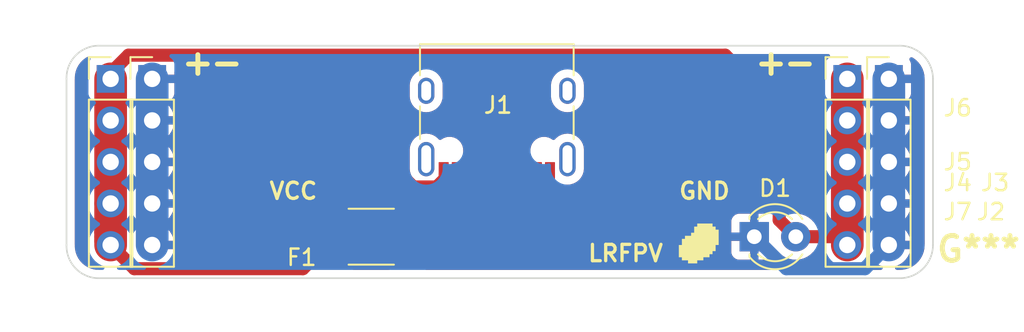
<source format=kicad_pcb>
(kicad_pcb (version 20211014) (generator pcbnew)
  (layers (0 "F.Cu" signal) (31 "B.Cu" signal) (34 "B.Paste" user) (35 "F.Paste" user) (36 "B.SilkS" user "B.Silkscreen") (37 "F.SilkS" user "F.Silkscreen") (38 "B.Mask" user) (39 "F.Mask" user) (44 "Edge.Cuts" user))
  (net 0 "")
  (net 1 "GND")
  (net 2 "VCC")
  (net 12 "Net-(D1-Pad2)")
  (footprint "0myLib:5mm_pad" (layer "F.Cu") (at 115.316 81.28)
    (fp_text reference "J6" (at 40.64 -0.762 unlocked) (layer "F.SilkS"))
    (fp_text value "VCC")
    (pad "1" smd roundrect (at 0 0) (size 4 6) (layers "F.Cu" "F.Paste" "F.Mask") (net 2 "VCC"))
  )
  (footprint "Fuse:Fuse_1812_4532Metric_Pad1.30x3.40mm_HandSolder" (layer "F.Cu") (at 120.081 88.392 180)
    (fp_text reference "F1" (at 4.257 -1.27) (layer "F.SilkS"))
    (fp_text value "Fuse")
    (fp_line (start -1.386252 1.71) (end 1.386252 1.71) (layer "F.SilkS") (width 0.12))
    (fp_line (start -1.386252 -1.71) (end 1.386252 -1.71) (layer "F.SilkS") (width 0.12))
    (pad "1" smd roundrect (at -2.225 0 180) (size 1.3 3.4) (layers "F.Cu" "F.Paste" "F.Mask") (roundrect_rratio 0.1923076923) (net 2 "VCC"))
    (pad "2" smd roundrect (at 2.225 0 180) (size 1.3 3.4) (layers "F.Cu" "F.Paste" "F.Mask") (roundrect_rratio 0.1923076923) (net 12 "Net-(D1-Pad2)"))
  )
  (footprint "0myLib:5mm_pad" (layer "F.Cu") (at 140.462 81.28)
    (fp_text reference "J7" (at 15.494 5.588 unlocked) (layer "F.SilkS"))
    (fp_text value "GND")
    (pad "1" smd roundrect (at 0 0) (size 4 6) (layers "F.Cu" "F.Paste" "F.Mask") (net 1 "GND"))
  )
  (footprint "LED_THT:LED_D3.0mm" (layer "F.Cu") (at 143.51 88.392)
    (fp_text reference "D1" (at 1.27 -2.96) (layer "F.SilkS"))
    (fp_text value "LED")
    (fp_line (start -0.29 1.08) (end -0.29 1.236) (layer "F.SilkS") (width 0.12))
    (fp_line (start -0.29 -1.236) (end -0.29 -1.08) (layer "F.SilkS") (width 0.12))
    (fp_arc (start -0.29 -1.235516) (mid 1.366487 -1.987659) (end 2.942335 -1.078608) (layer "F.SilkS") (width 0.12))
    (fp_arc (start 0.229039 -1.08) (mid 1.270117 -1.5) (end 2.31113 -1.079837) (layer "F.SilkS") (width 0.12))
    (fp_arc (start 2.31113 1.079837) (mid 1.270117 1.5) (end 0.229039 1.08) (layer "F.SilkS") (width 0.12))
    (fp_arc (start 2.942335 1.078608) (mid 1.366487 1.987659) (end -0.29 1.235516) (layer "F.SilkS") (width 0.12))
    (pad "1" thru_hole rect (at 0 0) (size 1.8 1.8) (drill 0.9) (layers *.Cu *.Mask) (net 1 "GND"))
    (pad "2" thru_hole circle (at 2.54 0) (size 1.8 1.8) (drill 0.9) (layers *.Cu *.Mask) (net 12 "Net-(D1-Pad2)"))
  )
  (footprint "Connector_PinHeader_2.54mm:PinHeader_1x05_P2.54mm_Vertical" (layer "F.Cu") (at 151.74 78.74)
    (fp_text reference "J5" (at 4.216 5.08) (layer "F.SilkS"))
    (fp_text value "Conn_01x05_Male")
    (fp_line (start -1.33 -1.33) (end 0 -1.33) (layer "F.SilkS") (width 0.12))
    (fp_line (start 1.33 1.27) (end 1.33 11.49) (layer "F.SilkS") (width 0.12))
    (fp_line (start -1.33 1.27) (end 1.33 1.27) (layer "F.SilkS") (width 0.12))
    (fp_line (start -1.33 11.49) (end 1.33 11.49) (layer "F.SilkS") (width 0.12))
    (fp_line (start -1.33 0) (end -1.33 -1.33) (layer "F.SilkS") (width 0.12))
    (fp_line (start -1.33 1.27) (end -1.33 11.49) (layer "F.SilkS") (width 0.12))
    (pad "1" thru_hole rect (at 0 0) (size 1.7 1.7) (drill 1) (layers *.Cu *.Mask) (net 1 "GND"))
    (pad "2" thru_hole oval (at 0 2.54) (size 1.7 1.7) (drill 1) (layers *.Cu *.Mask) (net 1 "GND"))
    (pad "3" thru_hole oval (at 0 5.08) (size 1.7 1.7) (drill 1) (layers *.Cu *.Mask) (net 1 "GND"))
    (pad "4" thru_hole oval (at 0 7.62) (size 1.7 1.7) (drill 1) (layers *.Cu *.Mask) (net 1 "GND"))
    (pad "5" thru_hole oval (at 0 10.16) (size 1.7 1.7) (drill 1) (layers *.Cu *.Mask) (net 1 "GND"))
  )
  (footprint "Connector_PinHeader_2.54mm:PinHeader_1x05_P2.54mm_Vertical" (layer "F.Cu") (at 104.14 78.74)
    (fp_text reference "J2" (at 53.848 8.128) (layer "F.SilkS"))
    (fp_text value "Conn_01x05_Male")
    (fp_line (start -1.33 0) (end -1.33 -1.33) (layer "F.SilkS") (width 0.12))
    (fp_line (start -1.33 -1.33) (end 0 -1.33) (layer "F.SilkS") (width 0.12))
    (fp_line (start 1.33 1.27) (end 1.33 11.49) (layer "F.SilkS") (width 0.12))
    (fp_line (start -1.33 1.27) (end 1.33 1.27) (layer "F.SilkS") (width 0.12))
    (fp_line (start -1.33 1.27) (end -1.33 11.49) (layer "F.SilkS") (width 0.12))
    (fp_line (start -1.33 11.49) (end 1.33 11.49) (layer "F.SilkS") (width 0.12))
    (pad "1" thru_hole rect (at 0 0) (size 1.7 1.7) (drill 1) (layers *.Cu *.Mask) (net 12 "Net-(D1-Pad2)"))
    (pad "2" thru_hole oval (at 0 2.54) (size 1.7 1.7) (drill 1) (layers *.Cu *.Mask) (net 12 "Net-(D1-Pad2)"))
    (pad "3" thru_hole oval (at 0 5.08) (size 1.7 1.7) (drill 1) (layers *.Cu *.Mask) (net 12 "Net-(D1-Pad2)"))
    (pad "4" thru_hole oval (at 0 7.62) (size 1.7 1.7) (drill 1) (layers *.Cu *.Mask) (net 12 "Net-(D1-Pad2)"))
    (pad "5" thru_hole oval (at 0 10.16) (size 1.7 1.7) (drill 1) (layers *.Cu *.Mask) (net 12 "Net-(D1-Pad2)"))
  )
  (footprint "Connector_PinHeader_2.54mm:PinHeader_1x05_P2.54mm_Vertical" (layer "F.Cu") (at 149.2 78.74)
    (fp_text reference "J4" (at 6.756 6.35) (layer "F.SilkS"))
    (fp_text value "Conn_01x05_Male")
    (fp_line (start -1.33 1.27) (end 1.33 1.27) (layer "F.SilkS") (width 0.12))
    (fp_line (start -1.33 0) (end -1.33 -1.33) (layer "F.SilkS") (width 0.12))
    (fp_line (start 1.33 1.27) (end 1.33 11.49) (layer "F.SilkS") (width 0.12))
    (fp_line (start -1.33 -1.33) (end 0 -1.33) (layer "F.SilkS") (width 0.12))
    (fp_line (start -1.33 1.27) (end -1.33 11.49) (layer "F.SilkS") (width 0.12))
    (fp_line (start -1.33 11.49) (end 1.33 11.49) (layer "F.SilkS") (width 0.12))
    (pad "1" thru_hole rect (at 0 0) (size 1.7 1.7) (drill 1) (layers *.Cu *.Mask) (net 12 "Net-(D1-Pad2)"))
    (pad "2" thru_hole oval (at 0 2.54) (size 1.7 1.7) (drill 1) (layers *.Cu *.Mask) (net 12 "Net-(D1-Pad2)"))
    (pad "3" thru_hole oval (at 0 5.08) (size 1.7 1.7) (drill 1) (layers *.Cu *.Mask) (net 12 "Net-(D1-Pad2)"))
    (pad "4" thru_hole oval (at 0 7.62) (size 1.7 1.7) (drill 1) (layers *.Cu *.Mask) (net 12 "Net-(D1-Pad2)"))
    (pad "5" thru_hole oval (at 0 10.16) (size 1.7 1.7) (drill 1) (layers *.Cu *.Mask) (net 12 "Net-(D1-Pad2)"))
  )
  (footprint "0myLib:beef" (layer "F.Cu") (at 140.208 88.9)
    (fp_text reference "G***" (at 17.018 0.254) (layer "F.SilkS") (effects (font (size 1.524 1.524) (thickness 0.3))))
    (fp_text value "LOGO" hide)
    (fp_poly (pts (xy 0.750369 -1.125554) (xy 0.937962 -1.125554) (xy 0.937962 -0.937962) (xy 1.125554 -0.937962) (xy 1.125554 0) (xy 0.937962 0) (xy 0.937962 0.375185) (xy 0.750369 0.375185) (xy 0.750369 0.562777) (xy 0.562777 0.562777) (xy 0.562777 0.750369) (xy 0.187592 0.750369) (xy 0.187592 0.937962) (xy -0.187592 0.937962) (xy -0.187592 1.125554) (xy -0.750369 1.125554) (xy -0.750369 0.937962) (xy -1.125554 0.937962) (xy -1.125554 0.750369) (xy -1.313146 0.750369) (xy -1.313146 0) (xy -1.125554 0) (xy -1.125554 -0.375185) (xy -0.937962 -0.375185) (xy -0.937962 -0.562777) (xy -0.562777 -0.562777) (xy -0.562777 -0.750369) (xy -0.375185 -0.750369) (xy -0.375185 -1.125554) (xy -0.187592 -1.125554) (xy -0.187592 -1.313146) (xy 0.750369 -1.313146)) (layer "F.SilkS") (width 0) (fill solid))
  )
  (footprint "Connector_PinHeader_2.54mm:PinHeader_1x05_P2.54mm_Vertical" (layer "F.Cu") (at 106.68 78.74)
    (fp_text reference "J3" (at 51.562 6.35) (layer "F.SilkS"))
    (fp_text value "Conn_01x05_Male")
    (fp_line (start -1.33 1.27) (end 1.33 1.27) (layer "F.SilkS") (width 0.12))
    (fp_line (start -1.33 11.49) (end 1.33 11.49) (layer "F.SilkS") (width 0.12))
    (fp_line (start -1.33 1.27) (end -1.33 11.49) (layer "F.SilkS") (width 0.12))
    (fp_line (start 1.33 1.27) (end 1.33 11.49) (layer "F.SilkS") (width 0.12))
    (fp_line (start -1.33 -1.33) (end 0 -1.33) (layer "F.SilkS") (width 0.12))
    (fp_line (start -1.33 0) (end -1.33 -1.33) (layer "F.SilkS") (width 0.12))
    (pad "1" thru_hole rect (at 0 0) (size 1.7 1.7) (drill 1) (layers *.Cu *.Mask) (net 1 "GND"))
    (pad "2" thru_hole oval (at 0 2.54) (size 1.7 1.7) (drill 1) (layers *.Cu *.Mask) (net 1 "GND"))
    (pad "3" thru_hole oval (at 0 5.08) (size 1.7 1.7) (drill 1) (layers *.Cu *.Mask) (net 1 "GND"))
    (pad "4" thru_hole oval (at 0 7.62) (size 1.7 1.7) (drill 1) (layers *.Cu *.Mask) (net 1 "GND"))
    (pad "5" thru_hole oval (at 0 10.16) (size 1.7 1.7) (drill 1) (layers *.Cu *.Mask) (net 1 "GND"))
  )
  (footprint "Connector_USB:USB_C_Receptacle_HRO_TYPE-C-31-M-12" (layer "F.Cu") (at 127.762 80.518 180)
    (fp_text reference "J1" (at -0.0762 0.172) (layer "F.SilkS") (effects (font (thickness 0.16))))
    (fp_text value "USB_C_Receptacle_USB2.0")
    (fp_line (start 4.7 2) (end 4.7 3.9) (layer "F.SilkS") (width 0.12))
    (fp_line (start -4.7 -1.9) (end -4.7 0.1) (layer "F.SilkS") (width 0.12))
    (fp_line (start -4.7 2) (end -4.7 3.9) (layer "F.SilkS") (width 0.12))
    (fp_line (start -4.7 3.9) (end 4.7 3.9) (layer "F.SilkS") (width 0.12))
    (fp_line (start 4.7 -1.9) (end 4.7 0.1) (layer "F.SilkS") (width 0.12))
    (pad "" np_thru_hole circle (at 2.89 -2.6 180) (size 0.65 0.65) (drill 0.65) (layers *.Cu *.Mask))
    (pad "" np_thru_hole circle (at -2.89 -2.6 180) (size 0.65 0.65) (drill 0.65) (layers *.Cu *.Mask))
    (pad "A1" smd rect (at -3.25 -4.045 180) (size 0.6 1.45) (layers "F.Cu" "F.Paste" "F.Mask") (net 1 "GND"))
    (pad "A4" smd rect (at -2.45 -4.045 180) (size 0.6 1.45) (layers "F.Cu" "F.Paste" "F.Mask") (net 2 "VCC"))
    (pad "A5" smd rect (at -1.25 -4.045 180) (size 0.3 1.45) (layers "F.Cu" "F.Paste" "F.Mask"))
    (pad "A6" smd rect (at -0.25 -4.045 180) (size 0.3 1.45) (layers "F.Cu" "F.Paste" "F.Mask"))
    (pad "A7" smd rect (at 0.25 -4.045 180) (size 0.3 1.45) (layers "F.Cu" "F.Paste" "F.Mask"))
    (pad "A8" smd rect (at 1.25 -4.045 180) (size 0.3 1.45) (layers "F.Cu" "F.Paste" "F.Mask"))
    (pad "A9" smd rect (at 2.45 -4.045 180) (size 0.6 1.45) (layers "F.Cu" "F.Paste" "F.Mask") (net 2 "VCC"))
    (pad "A12" smd rect (at 3.25 -4.045 180) (size 0.6 1.45) (layers "F.Cu" "F.Paste" "F.Mask") (net 1 "GND"))
    (pad "B1" smd rect (at 3.25 -4.045 180) (size 0.6 1.45) (layers "F.Cu" "F.Paste" "F.Mask") (net 1 "GND"))
    (pad "B4" smd rect (at 2.45 -4.045 180) (size 0.6 1.45) (layers "F.Cu" "F.Paste" "F.Mask") (net 2 "VCC"))
    (pad "B5" smd rect (at 1.75 -4.045 180) (size 0.3 1.45) (layers "F.Cu" "F.Paste" "F.Mask"))
    (pad "B6" smd rect (at 0.75 -4.045 180) (size 0.3 1.45) (layers "F.Cu" "F.Paste" "F.Mask"))
    (pad "B7" smd rect (at -0.75 -4.045 180) (size 0.3 1.45) (layers "F.Cu" "F.Paste" "F.Mask"))
    (pad "B8" smd rect (at -1.75 -4.045 180) (size 0.3 1.45) (layers "F.Cu" "F.Paste" "F.Mask"))
    (pad "B9" smd rect (at -2.45 -4.045 180) (size 0.6 1.45) (layers "F.Cu" "F.Paste" "F.Mask") (net 2 "VCC"))
    (pad "B12" smd rect (at -3.25 -4.045 180) (size 0.6 1.45) (layers "F.Cu" "F.Paste" "F.Mask") (net 1 "GND"))
    (pad "S1" thru_hole oval (at -4.32 1.05 180) (size 1 1.6) (drill oval 0.6 1.2) (layers *.Cu *.Mask))
    (pad "S1" thru_hole oval (at -4.32 -3.13 180) (size 1 2.1) (drill oval 0.6 1.7) (layers *.Cu *.Mask))
    (pad "S1" thru_hole oval (at 4.32 1.05 180) (size 1 1.6) (drill oval 0.6 1.2) (layers *.Cu *.Mask))
    (pad "S1" thru_hole oval (at 4.32 -3.13 180) (size 1 2.1) (drill oval 0.6 1.7) (layers *.Cu *.Mask))
  )
  (gr_line (start 101.44 78.732015) (end 101.44 88.9) (layer "Edge.Cuts") (width 0.1))
  (gr_line (start 103.378 76.708) (end 152.407985 76.708) (layer "Edge.Cuts") (width 0.1))
  (gr_arc (start 103.370015 90.932) (mid 101.984164 90.315721) (end 101.44 88.9) (layer "Edge.Cuts") (width 0.1))
  (gr_arc (start 101.44 78.732015) (mid 101.98981 77.318632) (end 103.378 76.708) (layer "Edge.Cuts") (width 0.1))
  (gr_arc (start 152.407985 76.708) (mid 153.844835 77.303153) (end 154.44 78.739999) (layer "Edge.Cuts") (width 0.1))
  (gr_arc (start 154.44 88.9) (mid 153.840841 90.338497) (end 152.400001 90.932) (layer "Edge.Cuts") (width 0.1))
  (gr_line (start 103.370015 90.932) (end 152.400001 90.932) (layer "Edge.Cuts") (width 0.1))
  (gr_line (start 154.44 78.739999) (end 154.44 88.9) (layer "Edge.Cuts") (width 0.1))
  (gr_text "+" (at 109.474 77.724) (layer "F.SilkS") (effects (font (size 1.5 1.5) (thickness 0.3))))
  (gr_text "+" (at 144.537971 77.724) (layer "F.SilkS") (effects (font (size 1.5 1.5) (thickness 0.3))))
  (gr_text "LRFPV" (at 135.636 89.408) (layer "F.SilkS") (effects (font (size 1 1) (thickness 0.2))))
  (gr_text "-" (at 111.240029 77.724) (layer "F.SilkS") (effects (font (size 1.5 1.5) (thickness 0.3))))
  (gr_text "-" (at 146.304 77.724) (layer "F.SilkS") (effects (font (size 1.5 1.5) (thickness 0.3))))
  (gr_text "GND" (at 140.462 85.598) (layer "F.SilkS") (effects (font (size 1 1) (thickness 0.2))))
  (gr_text "VCC" (at 115.316 85.598) (layer "F.SilkS") (effects (font (size 1 1) (thickness 0.2))))
  (segment (start 124.512 84.784) (end 124.045279 85.250721) (width 0.6) (layer "F.Cu") (net 1))
  (segment (start 131.012 84.563) (end 131.012 85.546) (width 0.6) (layer "F.Cu") (net 1))
  (segment (start 124.045279 85.250721) (end 122.690387 85.250721) (width 0.6) (layer "F.Cu") (net 1))
  (segment (start 121.412 83.972334) (end 121.412 82.804) (width 0.6) (layer "F.Cu") (net 1))
  (segment (start 124.512 84.563) (end 124.512 84.784) (width 0.6) (layer "F.Cu") (net 1))
  (segment (start 131.572 86.106) (end 132.842 86.106) (width 0.6) (layer "F.Cu") (net 1))
  (segment (start 131.012 85.546) (end 131.572 86.106) (width 0.6) (layer "F.Cu") (net 1))
  (segment (start 122.690387 85.250721) (end 121.412 83.972334) (width 0.6) (layer "F.Cu") (net 1))
  (segment (start 151.74 78.74) (end 151.74 88.9) (width 2) (layer "B.Cu") (net 1))
  (segment (start 145.467511 90.349511) (end 150.290489 90.349511) (width 0.8) (layer "B.Cu") (net 1))
  (segment (start 106.68 78.74) (end 106.68 88.9) (width 2) (layer "B.Cu") (net 1))
  (segment (start 150.290489 90.349511) (end 151.74 88.9) (width 0.8) (layer "B.Cu") (net 1))
  (segment (start 143.51 88.392) (end 145.467511 90.349511) (width 0.8) (layer "B.Cu") (net 1))
  (segment (start 125.337511 85.787511) (end 130.161511 85.787511) (width 0.6) (layer "F.Cu") (net 2))
  (segment (start 130.212 85.737022) (end 130.212 84.563) (width 0.6) (layer "F.Cu") (net 2))
  (segment (start 122.747759 86.050241) (end 125.023759 86.050241) (width 0.6) (layer "F.Cu") (net 2))
  (segment (start 117.094 81.28) (end 115.316 81.28) (width 1.3) (layer "F.Cu") (net 2))
  (segment (start 125.023759 86.050241) (end 125.312 85.762) (width 0.6) (layer "F.Cu") (net 2))
  (segment (start 125.312 85.762) (end 125.312 84.563) (width 0.6) (layer "F.Cu") (net 2))
  (segment (start 122.306 88.392) (end 122.306 86.492) (width 1.3) (layer "F.Cu") (net 2))
  (segment (start 125.312 85.762) (end 125.337511 85.787511) (width 0.6) (layer "F.Cu") (net 2))
  (segment (start 130.161511 85.787511) (end 130.212 85.737022) (width 0.6) (layer "F.Cu") (net 2))
  (segment (start 122.747759 86.050241) (end 122.306 86.492) (width 0.6) (layer "F.Cu") (net 2))
  (segment (start 122.306 86.492) (end 117.094 81.28) (width 1.3) (layer "F.Cu") (net 2))
  (segment (start 104.14 86.36) (end 104.14 87.376) (width 2) (layer "F.Cu") (net 12))
  (segment (start 104.14 86.36) (end 104.14 78.74) (width 2) (layer "F.Cu") (net 12))
  (segment (start 145.034 87.376) (end 145.034 80.589938) (width 0.8) (layer "F.Cu") (net 12))
  (segment (start 104.14 88.138) (end 104.14 88.392) (width 2) (layer "F.Cu") (net 12))
  (segment (start 117.856 88.392) (end 115.898489 90.349511) (width 0.8) (layer "F.Cu") (net 12))
  (segment (start 115.898489 90.349511) (end 105.589511 90.349511) (width 0.8) (layer "F.Cu") (net 12))
  (segment (start 104.14 88.646) (end 104.14 88.9) (width 2) (layer "F.Cu") (net 12))
  (segment (start 105.230489 77.290489) (end 104.14 78.380978) (width 0.8) (layer "F.Cu") (net 12))
  (segment (start 145.034 80.589938) (end 141.734551 77.290489) (width 0.8) (layer "F.Cu") (net 12))
  (segment (start 149.2 88.9) (end 149.2 78.74) (width 2) (layer "F.Cu") (net 12))
  (segment (start 104.14 88.392) (end 104.14 88.646) (width 2) (layer "F.Cu") (net 12))
  (segment (start 148.692 88.392) (end 149.2 88.9) (width 0.8) (layer "F.Cu") (net 12))
  (segment (start 104.14 88.138) (end 104.14 88.0745) (width 2) (layer "F.Cu") (net 12))
  (segment (start 146.05 88.392) (end 148.692 88.392) (width 0.8) (layer "F.Cu") (net 12))
  (segment (start 104.14 87.6935) (end 104.14 88.0745) (width 2) (layer "F.Cu") (net 12))
  (segment (start 105.589511 90.349511) (end 104.14 88.9) (width 0.8) (layer "F.Cu") (net 12))
  (segment (start 141.734551 77.290489) (end 105.230489 77.290489) (width 0.8) (layer "F.Cu") (net 12))
  (segment (start 146.05 88.392) (end 145.034 87.376) (width 0.8) (layer "F.Cu") (net 12))
  (segment (start 104.14 87.376) (end 104.14 87.6935) (width 2) (layer "F.Cu") (net 12))
  (segment (start 104.14 78.380978) (end 104.14 78.74) (width 0.8) (layer "F.Cu") (net 12))
  (zone (net 1) (net_name "GND") (layers F&B.Cu) (connect_pads (clearance 0.508)) (min_thickness 0.254) (fill yes (thermal_gap 0.508) (thermal_bridge_width 0.508) (island_removal_mode 2) (island_area_min 0))
    (polygon (pts (xy 155.956 94.234) (xy 100.076 94.234) (xy 100.076 73.914) (xy 155.956 73.914)))
  )
)
</source>
